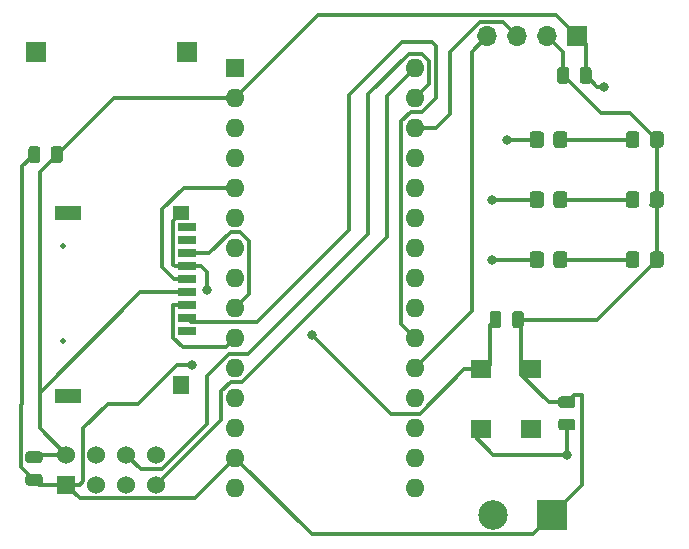
<source format=gbr>
%TF.GenerationSoftware,KiCad,Pcbnew,(5.1.10)-1*%
%TF.CreationDate,2021-11-03T11:27:17+01:00*%
%TF.ProjectId,Telemetry,54656c65-6d65-4747-9279-2e6b69636164,rev?*%
%TF.SameCoordinates,Original*%
%TF.FileFunction,Copper,L1,Top*%
%TF.FilePolarity,Positive*%
%FSLAX46Y46*%
G04 Gerber Fmt 4.6, Leading zero omitted, Abs format (unit mm)*
G04 Created by KiCad (PCBNEW (5.1.10)-1) date 2021-11-03 11:27:17*
%MOMM*%
%LPD*%
G01*
G04 APERTURE LIST*
%TA.AperFunction,SMDPad,CuDef*%
%ADD10R,2.200000X1.200000*%
%TD*%
%TA.AperFunction,SMDPad,CuDef*%
%ADD11R,1.400000X1.600000*%
%TD*%
%TA.AperFunction,ComponentPad*%
%ADD12C,0.500000*%
%TD*%
%TA.AperFunction,SMDPad,CuDef*%
%ADD13R,1.600000X0.700000*%
%TD*%
%TA.AperFunction,SMDPad,CuDef*%
%ADD14R,1.400000X1.200000*%
%TD*%
%TA.AperFunction,ComponentPad*%
%ADD15R,1.700000X1.700000*%
%TD*%
%TA.AperFunction,ComponentPad*%
%ADD16O,1.700000X1.700000*%
%TD*%
%TA.AperFunction,SMDPad,CuDef*%
%ADD17R,1.800000X1.600000*%
%TD*%
%TA.AperFunction,ComponentPad*%
%ADD18R,2.500000X2.500000*%
%TD*%
%TA.AperFunction,ComponentPad*%
%ADD19C,2.500000*%
%TD*%
%TA.AperFunction,ComponentPad*%
%ADD20R,1.600000X1.600000*%
%TD*%
%TA.AperFunction,ComponentPad*%
%ADD21O,1.600000X1.600000*%
%TD*%
%TA.AperFunction,ComponentPad*%
%ADD22C,1.524000*%
%TD*%
%TA.AperFunction,ComponentPad*%
%ADD23R,1.524000X1.524000*%
%TD*%
%TA.AperFunction,ViaPad*%
%ADD24C,0.800000*%
%TD*%
%TA.AperFunction,Conductor*%
%ADD25C,0.355600*%
%TD*%
G04 APERTURE END LIST*
D10*
%TO.P,J5,MP3*%
%TO.N,Net-(J5-PadMP3)*%
X154630000Y-65910000D03*
%TO.P,J5,MP2*%
%TO.N,Net-(J5-PadMP2)*%
X154630000Y-81410000D03*
D11*
%TO.P,J5,MP1*%
%TO.N,Net-(J5-PadMP1)*%
X164230000Y-80510000D03*
D12*
%TO.P,J5,MH2*%
%TO.N,N/C*%
X154230000Y-68710000D03*
%TO.P,J5,MH1*%
X154230000Y-76710000D03*
D13*
%TO.P,J5,CD1*%
%TO.N,Net-(J5-PadCD1)*%
X164730000Y-67110000D03*
D14*
%TO.P,J5,G1*%
%TO.N,GND*%
X164230000Y-65910000D03*
D13*
%TO.P,J5,8*%
%TO.N,Net-(J5-Pad8)*%
X164730000Y-68210000D03*
%TO.P,J5,7*%
%TO.N,Net-(J5-Pad7)*%
X164730000Y-69310000D03*
%TO.P,J5,6*%
%TO.N,GND*%
X164730000Y-70410000D03*
%TO.P,J5,5*%
%TO.N,Net-(J5-Pad5)*%
X164730000Y-71510000D03*
%TO.P,J5,4*%
%TO.N,+3V3*%
X164730000Y-72610000D03*
%TO.P,J5,3*%
%TO.N,Net-(J5-Pad3)*%
X164730000Y-73710000D03*
%TO.P,J5,2*%
%TO.N,Net-(J5-Pad2)*%
X164730000Y-74810000D03*
%TO.P,J5,1*%
%TO.N,Net-(J5-Pad1)*%
X164730000Y-75910000D03*
%TD*%
D15*
%TO.P,U3,3.3V*%
%TO.N,+3V3*%
X197739000Y-50927000D03*
D16*
%TO.P,U3,GND*%
%TO.N,GND*%
X195199000Y-50927000D03*
%TO.P,U3,CAN_RX*%
%TO.N,Net-(U1-PadD10)*%
X192659000Y-50927000D03*
%TO.P,U3,CAN_TX*%
%TO.N,Net-(U1-PadD2)*%
X190119000Y-50927000D03*
%TD*%
D17*
%TO.P,Y1,4*%
%TO.N,+3V3*%
X189590000Y-84230000D03*
%TO.P,Y1,3*%
%TO.N,Net-(C5-Pad2)*%
X189590000Y-79150000D03*
%TO.P,Y1,2*%
%TO.N,GND*%
X193790000Y-79150000D03*
%TO.P,Y1,1*%
%TO.N,Net-(Y1-Pad1)*%
X193790000Y-84230000D03*
%TD*%
%TO.P,C5,2*%
%TO.N,Net-(C5-Pad2)*%
%TA.AperFunction,SMDPad,CuDef*%
G36*
G01*
X191320000Y-74455000D02*
X191320000Y-75405000D01*
G75*
G02*
X191070000Y-75655000I-250000J0D01*
G01*
X190570000Y-75655000D01*
G75*
G02*
X190320000Y-75405000I0J250000D01*
G01*
X190320000Y-74455000D01*
G75*
G02*
X190570000Y-74205000I250000J0D01*
G01*
X191070000Y-74205000D01*
G75*
G02*
X191320000Y-74455000I0J-250000D01*
G01*
G37*
%TD.AperFunction*%
%TO.P,C5,1*%
%TO.N,GND*%
%TA.AperFunction,SMDPad,CuDef*%
G36*
G01*
X193220000Y-74455000D02*
X193220000Y-75405000D01*
G75*
G02*
X192970000Y-75655000I-250000J0D01*
G01*
X192470000Y-75655000D01*
G75*
G02*
X192220000Y-75405000I0J250000D01*
G01*
X192220000Y-74455000D01*
G75*
G02*
X192470000Y-74205000I250000J0D01*
G01*
X192970000Y-74205000D01*
G75*
G02*
X193220000Y-74455000I0J-250000D01*
G01*
G37*
%TD.AperFunction*%
%TD*%
D18*
%TO.P,U2,OUT-*%
%TO.N,GND*%
X195580000Y-91440000D03*
D19*
%TO.P,U2,OUT+*%
%TO.N,Net-(U1-Pad1)*%
X190580000Y-91440000D03*
%TD*%
%TO.P,R2,2*%
%TO.N,Net-(D2-Pad2)*%
%TA.AperFunction,SMDPad,CuDef*%
G36*
G01*
X195710000Y-65220400D02*
X195710000Y-64319600D01*
G75*
G02*
X195959600Y-64070000I249600J0D01*
G01*
X196660400Y-64070000D01*
G75*
G02*
X196910000Y-64319600I0J-249600D01*
G01*
X196910000Y-65220400D01*
G75*
G02*
X196660400Y-65470000I-249600J0D01*
G01*
X195959600Y-65470000D01*
G75*
G02*
X195710000Y-65220400I0J249600D01*
G01*
G37*
%TD.AperFunction*%
%TO.P,R2,1*%
%TO.N,Net-(R2-Pad1)*%
%TA.AperFunction,SMDPad,CuDef*%
G36*
G01*
X193710000Y-65220400D02*
X193710000Y-64319600D01*
G75*
G02*
X193959600Y-64070000I249600J0D01*
G01*
X194660400Y-64070000D01*
G75*
G02*
X194910000Y-64319600I0J-249600D01*
G01*
X194910000Y-65220400D01*
G75*
G02*
X194660400Y-65470000I-249600J0D01*
G01*
X193959600Y-65470000D01*
G75*
G02*
X193710000Y-65220400I0J249600D01*
G01*
G37*
%TD.AperFunction*%
%TD*%
D15*
%TO.P, ,1*%
%TO.N,N/C*%
X151892000Y-52260500D03*
%TD*%
%TO.P, ,1*%
%TO.N,N/C*%
X164655500Y-52260500D03*
%TD*%
D20*
%TO.P,U1,D13*%
%TO.N,Net-(U1-PadD13)*%
X168783000Y-53594000D03*
D21*
%TO.P,U1,D0*%
%TO.N,Net-(U1-PadD0)*%
X184023000Y-86614000D03*
%TO.P,U1,14*%
%TO.N,+3V3*%
X168783000Y-56134000D03*
%TO.P,U1,NRST*%
%TO.N,Net-(U1-PadNRST)*%
X184023000Y-84074000D03*
%TO.P,U1,AREF*%
%TO.N,Net-(U1-PadAREF)*%
X168783000Y-58674000D03*
%TO.P,U1,GND*%
%TO.N,Net-(U1-PadGND)*%
X184023000Y-81534000D03*
%TO.P,U1,A0*%
%TO.N,Net-(C5-Pad2)*%
X168783000Y-61214000D03*
%TO.P,U1,D2*%
%TO.N,Net-(U1-PadD2)*%
X184023000Y-78994000D03*
%TO.P,U1,A1*%
%TO.N,Net-(J5-Pad5)*%
X168783000Y-63754000D03*
%TO.P,U1,D3*%
%TO.N,Net-(J5-Pad2)*%
X184023000Y-76454000D03*
%TO.P,U1,A2*%
%TO.N,Net-(U1-PadA2)*%
X168783000Y-66294000D03*
%TO.P,U1,D4*%
%TO.N,Net-(U1-PadD4)*%
X184023000Y-73914000D03*
%TO.P,U1,A3*%
%TO.N,Net-(U1-PadA3)*%
X168783000Y-68834000D03*
%TO.P,U1,D5*%
%TO.N,Net-(R1-Pad1)*%
X184023000Y-71374000D03*
%TO.P,U1,A4*%
%TO.N,Net-(U1-PadA4)*%
X168783000Y-71374000D03*
%TO.P,U1,D6*%
%TO.N,Net-(R2-Pad1)*%
X184023000Y-68834000D03*
%TO.P,U1,A5*%
%TO.N,Net-(J5-Pad7)*%
X168783000Y-73914000D03*
%TO.P,U1,D7*%
%TO.N,Net-(R3-Pad1)*%
X184023000Y-66294000D03*
%TO.P,U1,A6*%
%TO.N,Net-(J5-Pad3)*%
X168783000Y-76454000D03*
%TO.P,U1,D8*%
%TO.N,Net-(U1-PadD8)*%
X184023000Y-63754000D03*
%TO.P,U1,A7*%
%TO.N,Net-(U1-PadA7)*%
X168783000Y-78994000D03*
%TO.P,U1,D9*%
%TO.N,Net-(U1-PadD9)*%
X184023000Y-61214000D03*
%TO.P,U1,4*%
%TO.N,Net-(U1-Pad4)*%
X168783000Y-81534000D03*
%TO.P,U1,D10*%
%TO.N,Net-(U1-PadD10)*%
X184023000Y-58674000D03*
%TO.P,U1,3*%
%TO.N,Net-(U1-Pad3)*%
X168783000Y-84074000D03*
%TO.P,U1,D11*%
%TO.N,Net-(U1-PadD11)*%
X184023000Y-56134000D03*
%TO.P,U1,2*%
%TO.N,GND*%
X168783000Y-86614000D03*
%TO.P,U1,D12*%
%TO.N,Net-(U1-PadD12)*%
X184023000Y-53594000D03*
%TO.P,U1,1*%
%TO.N,Net-(U1-Pad1)*%
X168783000Y-89154000D03*
%TO.P,U1,D1*%
%TO.N,Net-(U1-PadD1)*%
X184023000Y-89154000D03*
%TD*%
D22*
%TO.P,U4,8*%
%TO.N,Net-(U1-PadD9)*%
X162102800Y-86360000D03*
%TO.P,U4,7*%
%TO.N,Net-(U1-PadD12)*%
X162102800Y-88900000D03*
%TO.P,U4,6*%
%TO.N,Net-(U1-PadD11)*%
X159562800Y-86360000D03*
%TO.P,U4,5*%
%TO.N,Net-(U1-PadD13)*%
X159562800Y-88900000D03*
%TO.P,U4,4*%
%TO.N,Net-(U1-PadA3)*%
X157022800Y-86360000D03*
%TO.P,U4,3*%
%TO.N,Net-(U1-PadA2)*%
X157022800Y-88900000D03*
%TO.P,U4,2*%
%TO.N,+3V3*%
X154482800Y-86360000D03*
D23*
%TO.P,U4,1*%
%TO.N,GND*%
X154482800Y-88900000D03*
%TD*%
%TO.P,C1,1*%
%TO.N,+3V3*%
%TA.AperFunction,SMDPad,CuDef*%
G36*
G01*
X151264600Y-86093600D02*
X152214600Y-86093600D01*
G75*
G02*
X152464600Y-86343600I0J-250000D01*
G01*
X152464600Y-86843600D01*
G75*
G02*
X152214600Y-87093600I-250000J0D01*
G01*
X151264600Y-87093600D01*
G75*
G02*
X151014600Y-86843600I0J250000D01*
G01*
X151014600Y-86343600D01*
G75*
G02*
X151264600Y-86093600I250000J0D01*
G01*
G37*
%TD.AperFunction*%
%TO.P,C1,2*%
%TO.N,GND*%
%TA.AperFunction,SMDPad,CuDef*%
G36*
G01*
X151264600Y-87993600D02*
X152214600Y-87993600D01*
G75*
G02*
X152464600Y-88243600I0J-250000D01*
G01*
X152464600Y-88743600D01*
G75*
G02*
X152214600Y-88993600I-250000J0D01*
G01*
X151264600Y-88993600D01*
G75*
G02*
X151014600Y-88743600I0J250000D01*
G01*
X151014600Y-88243600D01*
G75*
G02*
X151264600Y-87993600I250000J0D01*
G01*
G37*
%TD.AperFunction*%
%TD*%
%TO.P,C3,2*%
%TO.N,+3V3*%
%TA.AperFunction,SMDPad,CuDef*%
G36*
G01*
X153170000Y-61435000D02*
X153170000Y-60485000D01*
G75*
G02*
X153420000Y-60235000I250000J0D01*
G01*
X153920000Y-60235000D01*
G75*
G02*
X154170000Y-60485000I0J-250000D01*
G01*
X154170000Y-61435000D01*
G75*
G02*
X153920000Y-61685000I-250000J0D01*
G01*
X153420000Y-61685000D01*
G75*
G02*
X153170000Y-61435000I0J250000D01*
G01*
G37*
%TD.AperFunction*%
%TO.P,C3,1*%
%TO.N,GND*%
%TA.AperFunction,SMDPad,CuDef*%
G36*
G01*
X151270000Y-61435000D02*
X151270000Y-60485000D01*
G75*
G02*
X151520000Y-60235000I250000J0D01*
G01*
X152020000Y-60235000D01*
G75*
G02*
X152270000Y-60485000I0J-250000D01*
G01*
X152270000Y-61435000D01*
G75*
G02*
X152020000Y-61685000I-250000J0D01*
G01*
X151520000Y-61685000D01*
G75*
G02*
X151270000Y-61435000I0J250000D01*
G01*
G37*
%TD.AperFunction*%
%TD*%
%TO.P,C2,2*%
%TO.N,GND*%
%TA.AperFunction,SMDPad,CuDef*%
G36*
G01*
X197045200Y-53779400D02*
X197045200Y-54729400D01*
G75*
G02*
X196795200Y-54979400I-250000J0D01*
G01*
X196295200Y-54979400D01*
G75*
G02*
X196045200Y-54729400I0J250000D01*
G01*
X196045200Y-53779400D01*
G75*
G02*
X196295200Y-53529400I250000J0D01*
G01*
X196795200Y-53529400D01*
G75*
G02*
X197045200Y-53779400I0J-250000D01*
G01*
G37*
%TD.AperFunction*%
%TO.P,C2,1*%
%TO.N,+3V3*%
%TA.AperFunction,SMDPad,CuDef*%
G36*
G01*
X198945200Y-53779400D02*
X198945200Y-54729400D01*
G75*
G02*
X198695200Y-54979400I-250000J0D01*
G01*
X198195200Y-54979400D01*
G75*
G02*
X197945200Y-54729400I0J250000D01*
G01*
X197945200Y-53779400D01*
G75*
G02*
X198195200Y-53529400I250000J0D01*
G01*
X198695200Y-53529400D01*
G75*
G02*
X198945200Y-53779400I0J-250000D01*
G01*
G37*
%TD.AperFunction*%
%TD*%
%TO.P,D1,1*%
%TO.N,GND*%
%TA.AperFunction,SMDPad,CuDef*%
G36*
G01*
X205045000Y-69399999D02*
X205045000Y-70300001D01*
G75*
G02*
X204795001Y-70550000I-249999J0D01*
G01*
X204144999Y-70550000D01*
G75*
G02*
X203895000Y-70300001I0J249999D01*
G01*
X203895000Y-69399999D01*
G75*
G02*
X204144999Y-69150000I249999J0D01*
G01*
X204795001Y-69150000D01*
G75*
G02*
X205045000Y-69399999I0J-249999D01*
G01*
G37*
%TD.AperFunction*%
%TO.P,D1,2*%
%TO.N,Net-(D1-Pad2)*%
%TA.AperFunction,SMDPad,CuDef*%
G36*
G01*
X202995000Y-69399999D02*
X202995000Y-70300001D01*
G75*
G02*
X202745001Y-70550000I-249999J0D01*
G01*
X202094999Y-70550000D01*
G75*
G02*
X201845000Y-70300001I0J249999D01*
G01*
X201845000Y-69399999D01*
G75*
G02*
X202094999Y-69150000I249999J0D01*
G01*
X202745001Y-69150000D01*
G75*
G02*
X202995000Y-69399999I0J-249999D01*
G01*
G37*
%TD.AperFunction*%
%TD*%
%TO.P,D2,2*%
%TO.N,Net-(D2-Pad2)*%
%TA.AperFunction,SMDPad,CuDef*%
G36*
G01*
X202995000Y-64319999D02*
X202995000Y-65220001D01*
G75*
G02*
X202745001Y-65470000I-249999J0D01*
G01*
X202094999Y-65470000D01*
G75*
G02*
X201845000Y-65220001I0J249999D01*
G01*
X201845000Y-64319999D01*
G75*
G02*
X202094999Y-64070000I249999J0D01*
G01*
X202745001Y-64070000D01*
G75*
G02*
X202995000Y-64319999I0J-249999D01*
G01*
G37*
%TD.AperFunction*%
%TO.P,D2,1*%
%TO.N,GND*%
%TA.AperFunction,SMDPad,CuDef*%
G36*
G01*
X205045000Y-64319999D02*
X205045000Y-65220001D01*
G75*
G02*
X204795001Y-65470000I-249999J0D01*
G01*
X204144999Y-65470000D01*
G75*
G02*
X203895000Y-65220001I0J249999D01*
G01*
X203895000Y-64319999D01*
G75*
G02*
X204144999Y-64070000I249999J0D01*
G01*
X204795001Y-64070000D01*
G75*
G02*
X205045000Y-64319999I0J-249999D01*
G01*
G37*
%TD.AperFunction*%
%TD*%
%TO.P,D3,1*%
%TO.N,GND*%
%TA.AperFunction,SMDPad,CuDef*%
G36*
G01*
X205045000Y-59239999D02*
X205045000Y-60140001D01*
G75*
G02*
X204795001Y-60390000I-249999J0D01*
G01*
X204144999Y-60390000D01*
G75*
G02*
X203895000Y-60140001I0J249999D01*
G01*
X203895000Y-59239999D01*
G75*
G02*
X204144999Y-58990000I249999J0D01*
G01*
X204795001Y-58990000D01*
G75*
G02*
X205045000Y-59239999I0J-249999D01*
G01*
G37*
%TD.AperFunction*%
%TO.P,D3,2*%
%TO.N,Net-(D3-Pad2)*%
%TA.AperFunction,SMDPad,CuDef*%
G36*
G01*
X202995000Y-59239999D02*
X202995000Y-60140001D01*
G75*
G02*
X202745001Y-60390000I-249999J0D01*
G01*
X202094999Y-60390000D01*
G75*
G02*
X201845000Y-60140001I0J249999D01*
G01*
X201845000Y-59239999D01*
G75*
G02*
X202094999Y-58990000I249999J0D01*
G01*
X202745001Y-58990000D01*
G75*
G02*
X202995000Y-59239999I0J-249999D01*
G01*
G37*
%TD.AperFunction*%
%TD*%
%TO.P,R1,1*%
%TO.N,Net-(R1-Pad1)*%
%TA.AperFunction,SMDPad,CuDef*%
G36*
G01*
X193710000Y-70300400D02*
X193710000Y-69399600D01*
G75*
G02*
X193959600Y-69150000I249600J0D01*
G01*
X194660400Y-69150000D01*
G75*
G02*
X194910000Y-69399600I0J-249600D01*
G01*
X194910000Y-70300400D01*
G75*
G02*
X194660400Y-70550000I-249600J0D01*
G01*
X193959600Y-70550000D01*
G75*
G02*
X193710000Y-70300400I0J249600D01*
G01*
G37*
%TD.AperFunction*%
%TO.P,R1,2*%
%TO.N,Net-(D1-Pad2)*%
%TA.AperFunction,SMDPad,CuDef*%
G36*
G01*
X195710000Y-70300400D02*
X195710000Y-69399600D01*
G75*
G02*
X195959600Y-69150000I249600J0D01*
G01*
X196660400Y-69150000D01*
G75*
G02*
X196910000Y-69399600I0J-249600D01*
G01*
X196910000Y-70300400D01*
G75*
G02*
X196660400Y-70550000I-249600J0D01*
G01*
X195959600Y-70550000D01*
G75*
G02*
X195710000Y-70300400I0J249600D01*
G01*
G37*
%TD.AperFunction*%
%TD*%
%TO.P,R3,1*%
%TO.N,Net-(R3-Pad1)*%
%TA.AperFunction,SMDPad,CuDef*%
G36*
G01*
X193710000Y-60140400D02*
X193710000Y-59239600D01*
G75*
G02*
X193959600Y-58990000I249600J0D01*
G01*
X194660400Y-58990000D01*
G75*
G02*
X194910000Y-59239600I0J-249600D01*
G01*
X194910000Y-60140400D01*
G75*
G02*
X194660400Y-60390000I-249600J0D01*
G01*
X193959600Y-60390000D01*
G75*
G02*
X193710000Y-60140400I0J249600D01*
G01*
G37*
%TD.AperFunction*%
%TO.P,R3,2*%
%TO.N,Net-(D3-Pad2)*%
%TA.AperFunction,SMDPad,CuDef*%
G36*
G01*
X195710000Y-60140400D02*
X195710000Y-59239600D01*
G75*
G02*
X195959600Y-58990000I249600J0D01*
G01*
X196660400Y-58990000D01*
G75*
G02*
X196910000Y-59239600I0J-249600D01*
G01*
X196910000Y-60140400D01*
G75*
G02*
X196660400Y-60390000I-249600J0D01*
G01*
X195959600Y-60390000D01*
G75*
G02*
X195710000Y-60140400I0J249600D01*
G01*
G37*
%TD.AperFunction*%
%TD*%
%TO.P,C4,1*%
%TO.N,GND*%
%TA.AperFunction,SMDPad,CuDef*%
G36*
G01*
X196375000Y-81420000D02*
X197325000Y-81420000D01*
G75*
G02*
X197575000Y-81670000I0J-250000D01*
G01*
X197575000Y-82170000D01*
G75*
G02*
X197325000Y-82420000I-250000J0D01*
G01*
X196375000Y-82420000D01*
G75*
G02*
X196125000Y-82170000I0J250000D01*
G01*
X196125000Y-81670000D01*
G75*
G02*
X196375000Y-81420000I250000J0D01*
G01*
G37*
%TD.AperFunction*%
%TO.P,C4,2*%
%TO.N,+3V3*%
%TA.AperFunction,SMDPad,CuDef*%
G36*
G01*
X196375000Y-83320000D02*
X197325000Y-83320000D01*
G75*
G02*
X197575000Y-83570000I0J-250000D01*
G01*
X197575000Y-84070000D01*
G75*
G02*
X197325000Y-84320000I-250000J0D01*
G01*
X196375000Y-84320000D01*
G75*
G02*
X196125000Y-84070000I0J250000D01*
G01*
X196125000Y-83570000D01*
G75*
G02*
X196375000Y-83320000I250000J0D01*
G01*
G37*
%TD.AperFunction*%
%TD*%
D24*
%TO.N,+3V3*%
X199979200Y-55199200D03*
X196850000Y-86360000D03*
%TO.N,GND*%
X165100000Y-78740000D03*
X166370000Y-72390000D03*
%TO.N,Net-(R1-Pad1)*%
X190500000Y-69850000D03*
%TO.N,Net-(R2-Pad1)*%
X190500000Y-64770000D03*
%TO.N,Net-(R3-Pad1)*%
X191770000Y-59690000D03*
%TO.N,Net-(C5-Pad2)*%
X175260000Y-76200000D03*
%TD*%
D25*
%TO.N,+3V3*%
X198445200Y-51633200D02*
X197739000Y-50927000D01*
X198445200Y-54254400D02*
X198445200Y-51633200D01*
X151973200Y-86360000D02*
X151739600Y-86593600D01*
X154482800Y-86360000D02*
X151973200Y-86360000D01*
X152236799Y-84113999D02*
X152236799Y-81116799D01*
X154482800Y-86360000D02*
X152236799Y-84113999D01*
X195955589Y-49143589D02*
X197739000Y-50927000D01*
X151506000Y-86360000D02*
X151739600Y-86593600D01*
X175773411Y-49143589D02*
X168783000Y-56134000D01*
X195955589Y-49143589D02*
X175773411Y-49143589D01*
X198445200Y-54254400D02*
X199390000Y-55199200D01*
X199390000Y-55199200D02*
X199979200Y-55199200D01*
X196850000Y-86360000D02*
X196850000Y-83820000D01*
X196850000Y-86360000D02*
X190595680Y-86360000D01*
X190595680Y-86360000D02*
X188875680Y-84640000D01*
X158496000Y-56134000D02*
X153670000Y-60960000D01*
X168783000Y-56134000D02*
X158496000Y-56134000D01*
X160743598Y-72610000D02*
X164730000Y-72610000D01*
X152236799Y-62393201D02*
X153670000Y-60960000D01*
X152236799Y-81116799D02*
X152236799Y-62393201D01*
X152236799Y-81116799D02*
X160743598Y-72610000D01*
%TO.N,GND*%
X151790400Y-88442800D02*
X151739600Y-88493600D01*
X150764600Y-68309000D02*
X150689800Y-68309000D01*
X193952199Y-93067801D02*
X195580000Y-91440000D01*
X168783000Y-86614000D02*
X175236801Y-93067801D01*
X196545200Y-90474800D02*
X195580000Y-91440000D01*
X196545200Y-52273200D02*
X195199000Y-50927000D01*
X196545200Y-54254400D02*
X196545200Y-52273200D01*
X165357199Y-90039801D02*
X168783000Y-86614000D01*
X155622601Y-90039801D02*
X165357199Y-90039801D01*
X154482800Y-88900000D02*
X155622601Y-90039801D01*
X152146000Y-88900000D02*
X151739600Y-88493600D01*
X154482800Y-88900000D02*
X152146000Y-88900000D01*
X151739600Y-88493600D02*
X150636790Y-87390790D01*
X150764600Y-74378400D02*
X150764600Y-77104600D01*
X150764600Y-77104600D02*
X150764600Y-68309000D01*
X150764600Y-82059000D02*
X150764600Y-77104600D01*
X203980000Y-65260000D02*
X204470000Y-64770000D01*
X204470000Y-64770000D02*
X204470000Y-59690000D01*
X204470000Y-59690000D02*
X202234800Y-57454800D01*
X155882999Y-88617401D02*
X155882999Y-84147001D01*
X155600400Y-88900000D02*
X155882999Y-88617401D01*
X154482800Y-88900000D02*
X155600400Y-88900000D01*
X157971000Y-82059000D02*
X159064600Y-82059000D01*
X155882999Y-84147001D02*
X157971000Y-82059000D01*
X204470000Y-64770000D02*
X204470000Y-69850000D01*
X193040000Y-78740000D02*
X193670000Y-78740000D01*
X196850000Y-81920000D02*
X197490000Y-81280000D01*
X197490000Y-81280000D02*
X198120000Y-81280000D01*
X198120000Y-88900000D02*
X198120000Y-81280000D01*
X193040000Y-75250000D02*
X192720000Y-74930000D01*
X196850000Y-81920000D02*
X195338880Y-81920000D01*
X193015880Y-75225880D02*
X192720000Y-74930000D01*
X193015880Y-79597000D02*
X193015880Y-75225880D01*
X199390000Y-74930000D02*
X204470000Y-69850000D01*
X192720000Y-74930000D02*
X199390000Y-74930000D01*
X195580000Y-91440000D02*
X198120000Y-88900000D01*
X175236801Y-93067801D02*
X193952199Y-93067801D01*
X195338880Y-81920000D02*
X193015880Y-79597000D01*
X199745600Y-57454800D02*
X196545200Y-54254400D01*
X202234800Y-57454800D02*
X199745600Y-57454800D01*
X150636790Y-82186810D02*
X150764600Y-82059000D01*
X150636790Y-87390790D02*
X150636790Y-82186810D01*
X150764600Y-61965400D02*
X151770000Y-60960000D01*
X150764600Y-68309000D02*
X150764600Y-61965400D01*
X160511000Y-82059000D02*
X163830000Y-78740000D01*
X159064600Y-82059000D02*
X160511000Y-82059000D01*
X163830000Y-78740000D02*
X165100000Y-78740000D01*
X165885600Y-70410000D02*
X164730000Y-70410000D01*
X166370000Y-70894400D02*
X165885600Y-70410000D01*
X166370000Y-72390000D02*
X166370000Y-70894400D01*
X163552199Y-70286589D02*
X163552199Y-66587801D01*
X163675610Y-70410000D02*
X163552199Y-70286589D01*
X163552199Y-66587801D02*
X164230000Y-65910000D01*
X164730000Y-70410000D02*
X163675610Y-70410000D01*
%TO.N,Net-(J5-Pad7)*%
X165460042Y-69310000D02*
X164730000Y-69310000D01*
X169960801Y-72736199D02*
X169960801Y-68268655D01*
X169960801Y-68268655D02*
X169163947Y-67471801D01*
X168783000Y-73914000D02*
X169960801Y-72736199D01*
X166563854Y-69310000D02*
X164730000Y-69310000D01*
X168402053Y-67471801D02*
X166563854Y-69310000D01*
X169163947Y-67471801D02*
X168402053Y-67471801D01*
%TO.N,Net-(J5-Pad5)*%
X163574400Y-71510000D02*
X162560000Y-70495600D01*
X164730000Y-71510000D02*
X163574400Y-71510000D01*
X164405958Y-63754000D02*
X168783000Y-63754000D01*
X162560000Y-65599958D02*
X164405958Y-63754000D01*
X162560000Y-70495600D02*
X162560000Y-65599958D01*
%TO.N,Net-(J5-Pad3)*%
X168402000Y-76454000D02*
X168783000Y-76454000D01*
X163574400Y-73710000D02*
X164730000Y-73710000D01*
X163552199Y-73732201D02*
X163574400Y-73710000D01*
X164328397Y-77253999D02*
X163552199Y-76477801D01*
X167983001Y-77253999D02*
X164328397Y-77253999D01*
X168783000Y-76454000D02*
X167983001Y-77253999D01*
X163552199Y-76477801D02*
X163552199Y-73732201D01*
%TO.N,Net-(J5-Pad2)*%
X171450000Y-74295000D02*
X171450000Y-74295000D01*
X178435000Y-55880000D02*
X178435000Y-67310000D01*
X185420000Y-51435000D02*
X182880000Y-51435000D01*
X185756411Y-51771411D02*
X185420000Y-51435000D01*
X182880000Y-51435000D02*
X178435000Y-55880000D01*
X185756411Y-56143735D02*
X185756411Y-51771411D01*
X183642053Y-57311801D02*
X184588345Y-57311801D01*
X182845199Y-58108655D02*
X183642053Y-57311801D01*
X165011801Y-75091801D02*
X164730000Y-74810000D01*
X178435000Y-67310000D02*
X170653199Y-75091801D01*
X182845199Y-75276199D02*
X182845199Y-58108655D01*
X170653199Y-75091801D02*
X165011801Y-75091801D01*
X184588345Y-57311801D02*
X185756411Y-56143735D01*
X184023000Y-76454000D02*
X182845199Y-75276199D01*
%TO.N,Net-(U1-PadD11)*%
X160792506Y-87589706D02*
X159562800Y-86360000D01*
X168217655Y-77816199D02*
X166370000Y-79663854D01*
X169833801Y-77816199D02*
X168217655Y-77816199D01*
X180005073Y-55868781D02*
X180005073Y-67644927D01*
X162560000Y-87589706D02*
X160792506Y-87589706D01*
X180005073Y-67644927D02*
X169833801Y-77816199D01*
X183457655Y-52416199D02*
X180005073Y-55868781D01*
X185200801Y-53028655D02*
X184588345Y-52416199D01*
X166370000Y-83779706D02*
X162560000Y-87589706D01*
X166370000Y-79663854D02*
X166370000Y-83779706D01*
X185200801Y-54956199D02*
X185200801Y-53028655D01*
X184588345Y-52416199D02*
X183457655Y-52416199D01*
X184023000Y-56134000D02*
X185200801Y-54956199D01*
%TO.N,Net-(U1-PadD12)*%
X167605199Y-80968655D02*
X167605199Y-83397601D01*
X168402053Y-80171801D02*
X167605199Y-80968655D01*
X169348345Y-80171801D02*
X168402053Y-80171801D01*
X167605199Y-83397601D02*
X162102800Y-88900000D01*
X181592573Y-67927573D02*
X169348345Y-80171801D01*
X181592573Y-56024427D02*
X181592573Y-67927573D01*
X184023000Y-53594000D02*
X181592573Y-56024427D01*
%TO.N,Net-(U1-PadD2)*%
X185483500Y-77533500D02*
X184023000Y-78994000D01*
X186690000Y-76327000D02*
X185483500Y-77533500D01*
X188785500Y-74231500D02*
X187388500Y-75628500D01*
X188785500Y-52260500D02*
X188785500Y-74231500D01*
X187388500Y-75628500D02*
X185483500Y-77533500D01*
X190119000Y-50927000D02*
X188785500Y-52260500D01*
%TO.N,Net-(U1-PadD10)*%
X186924427Y-52304427D02*
X186924427Y-57550573D01*
X185801000Y-58674000D02*
X184023000Y-58674000D01*
X189529655Y-49699199D02*
X186924427Y-52304427D01*
X191431199Y-49699199D02*
X189529655Y-49699199D01*
X186924427Y-57550573D02*
X185801000Y-58674000D01*
X192659000Y-50927000D02*
X191431199Y-49699199D01*
%TO.N,Net-(D1-Pad2)*%
X202420000Y-69850000D02*
X199390000Y-69850000D01*
X196310000Y-69850000D02*
X199390000Y-69850000D01*
%TO.N,Net-(D2-Pad2)*%
X199390000Y-64770000D02*
X202420000Y-64770000D01*
X196310000Y-64770000D02*
X199390000Y-64770000D01*
%TO.N,Net-(D3-Pad2)*%
X199390000Y-59690000D02*
X202420000Y-59690000D01*
X196310000Y-59690000D02*
X199390000Y-59690000D01*
%TO.N,Net-(R1-Pad1)*%
X190500000Y-69850000D02*
X194310000Y-69850000D01*
%TO.N,Net-(R2-Pad1)*%
X190500000Y-64770000D02*
X194310000Y-64770000D01*
%TO.N,Net-(R3-Pad1)*%
X191770000Y-59690000D02*
X194310000Y-59690000D01*
%TO.N,Net-(C5-Pad2)*%
X190340000Y-75410000D02*
X190820000Y-74930000D01*
X190340000Y-78740000D02*
X190340000Y-75410000D01*
X189733040Y-78740000D02*
X188876000Y-79597040D01*
X190340000Y-78740000D02*
X189733040Y-78740000D01*
X181956199Y-82896199D02*
X175260000Y-76200000D01*
X188150146Y-79150000D02*
X189590000Y-79150000D01*
X184403947Y-82896199D02*
X188150146Y-79150000D01*
X181956199Y-82896199D02*
X184403947Y-82896199D01*
%TO.N,Net-(U1-Pad1)*%
X190340000Y-91200000D02*
X190580000Y-91440000D01*
%TD*%
M02*

</source>
